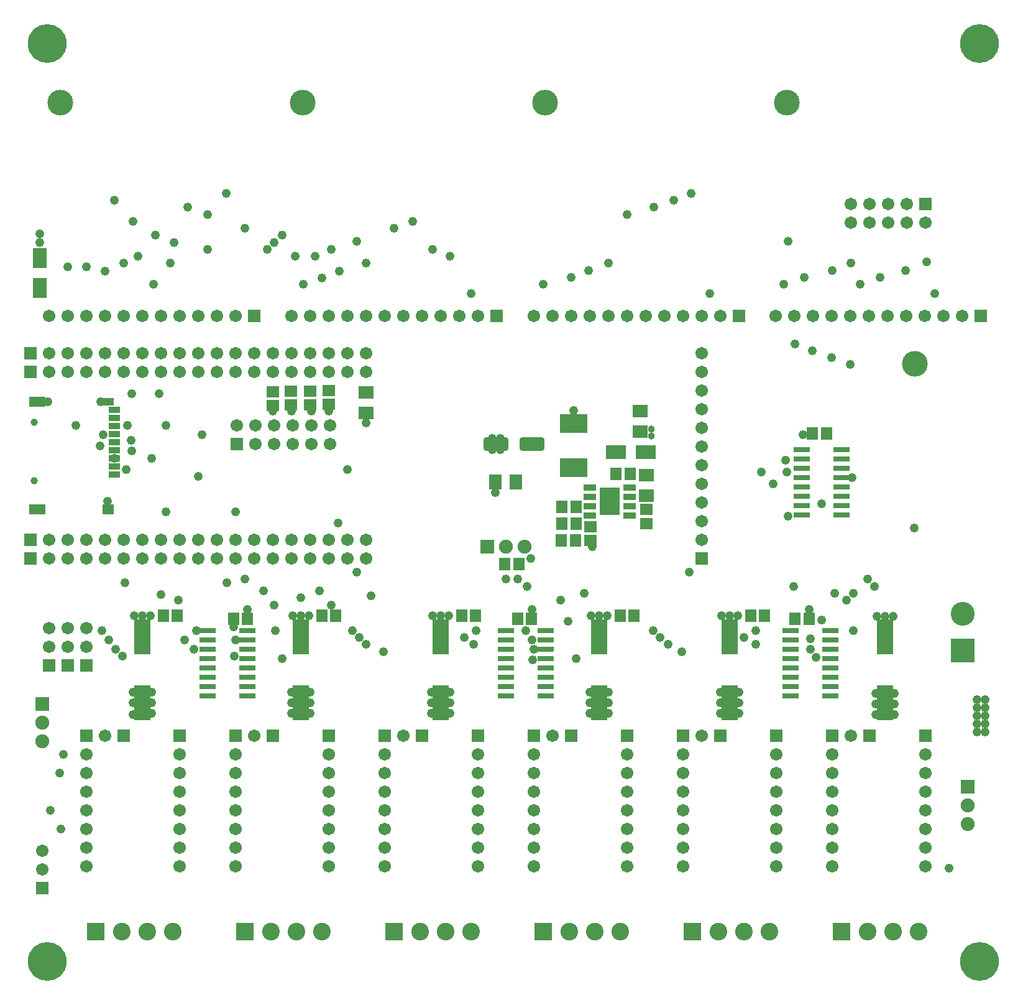
<source format=gbr>
G04 DipTrace 4.0.0.2*
G04 TopMask.gbr*
%MOIN*%
G04 #@! TF.FileFunction,Soldermask,Top*
G04 #@! TF.Part,Single*
%AMOUTLINE1*
4,1,28,
0.052821,-0.035496,
-0.052821,-0.035496,
-0.056049,-0.035071,
-0.059301,-0.033724,
-0.062093,-0.031581,
-0.064236,-0.028789,
-0.065583,-0.025537,
-0.066008,-0.022309,
-0.066008,0.022309,
-0.065583,0.025537,
-0.064236,0.028789,
-0.062093,0.031581,
-0.059301,0.033724,
-0.056049,0.035071,
-0.052821,0.035496,
0.052821,0.035496,
0.056049,0.035071,
0.059301,0.033724,
0.062093,0.031581,
0.064236,0.028789,
0.065583,0.025537,
0.066008,0.022309,
0.066008,-0.022309,
0.065583,-0.025537,
0.064236,-0.028789,
0.062093,-0.031581,
0.059301,-0.033724,
0.056049,-0.035071,
0.052821,-0.035496,
0*%
%ADD54C,0.137795*%
%ADD55C,0.03937*%
%ADD62C,0.038*%
%ADD63C,0.048*%
%ADD65R,0.08674X0.031622*%
%ADD67R,0.11115X0.146189*%
%ADD69R,0.070992X0.032016*%
%ADD71C,0.094614*%
%ADD73R,0.094614X0.094614*%
%ADD75C,0.128*%
%ADD77R,0.128X0.128*%
%ADD79R,0.063118X0.039496*%
%ADD81R,0.063118X0.055244*%
%ADD83R,0.08674X0.055244*%
%ADD85R,0.059181X0.035559*%
%ADD87R,0.067055X0.059181*%
%ADD89C,0.208*%
%ADD91R,0.145795X0.10052*%
%ADD93C,0.074929*%
%ADD95R,0.074929X0.074929*%
%ADD97C,0.067055*%
%ADD99R,0.067055X0.067055*%
%ADD101R,0.106425X0.074929*%
%ADD103R,0.074929X0.106425*%
%ADD105R,0.090677X0.185165*%
%ADD107R,0.070992X0.078866*%
%ADD109R,0.059181X0.067055*%
%ADD111R,0.078866X0.070992*%
%ADD118OUTLINE1*%
%FSLAX26Y26*%
G04*
G70*
G90*
G75*
G01*
G04 TopMask*
%LPD*%
D63*
X987451Y3268700D3*
X1743700Y3481200D3*
X5293700Y4112449D3*
X4087449D3*
X2806200D3*
X5181200Y2856200D3*
X862449Y2256200D3*
X1268700D3*
X824949Y2306200D3*
X1331200D3*
X893700Y3228346D3*
X2143700Y3168700D3*
X1092519Y3228346D3*
X2599949Y4349949D3*
X2056200D3*
X1018700Y4312449D3*
X1862449D3*
X956200Y3168700D3*
X1343700Y3131200D3*
X4362449Y3156200D3*
X4499951D3*
X981200Y3324949D3*
X1362451Y3356200D3*
X815575Y3296825D3*
X981200Y3324949D3*
X1193700Y4274949D3*
X5249949Y4281200D3*
X3543700Y4274949D3*
X2243700D3*
X943705D3*
X1193700D3*
X4840106Y3731200D3*
X4843700Y4274949D3*
X5249949Y4281200D3*
X2393700Y4462449D3*
X1593700D3*
X4424949Y3093708D3*
X962451Y3406200D3*
X1168700D3*
Y2943700D3*
X1543700D3*
X687449Y3406200D3*
X962451D3*
X1112449Y4424949D3*
X1793700D3*
X2206200Y2268700D3*
X2768700D3*
X1212449Y4387449D3*
X1749949D3*
X1993700Y2518700D3*
X3412449Y2506200D3*
X3643705Y4537449D3*
X1393700D3*
X3818700Y2268700D3*
X4268700D3*
X606200Y1243700D3*
X4493701Y3218700D3*
X2093700Y2881200D3*
X3974951Y2618700D3*
X2193700D3*
X4931200Y2581200D3*
X1749949Y2443700D3*
X2056200D3*
X3287449Y2468700D3*
X4818700D3*
X3287449D3*
X3099951Y2306200D3*
X3324949Y2356200D3*
X1531200Y2324949D3*
X1756200Y2306200D3*
X4687449Y2362449D3*
X4856200Y2306200D3*
X1593700Y2581200D3*
X2993700D3*
X3056200D3*
X4537451Y2543700D3*
X4968700D3*
X5368700Y1031200D3*
X949949Y2562449D3*
X1496062D3*
X3787449Y4574949D3*
X1287449D3*
X3781200Y2306200D3*
X4331200D3*
X4687449Y2987449D3*
X2693700Y4312449D3*
X1968700D3*
X1393700Y4349949D3*
X1712449D3*
X2268700Y2493700D3*
X1893700Y2481200D3*
X843714Y4231200D3*
X5137449Y4237449D3*
X4740115Y3768700D3*
X2099949Y4231200D3*
X4743700Y4237449D3*
X3437449D3*
X5137449D3*
X993699Y4499949D3*
X2493700D3*
X3893700Y4612621D3*
X893700D3*
X987449Y3574949D3*
X1131889D3*
X2168700Y2306200D3*
X2831200D3*
X743700Y4256200D3*
X4999949Y4199949D3*
X3343700D3*
X2004574Y4197086D3*
X4637449Y3806200D3*
X4593700Y4199949D3*
X4999949D3*
X937449Y2168700D3*
X1543700Y2256200D3*
X1793700Y2156200D3*
X3143700Y2206200D3*
X643714Y4256200D3*
X4481200Y4162449D3*
X4543700Y3843700D3*
X3193700Y4162449D3*
X1101495D3*
X1906200D3*
X4893700D3*
D3*
X2193700Y4393700D3*
X4506200D3*
X3368700Y2156200D3*
X4624951Y2206200D3*
X1493700Y4649949D3*
X3987449D3*
X1693700Y2518700D3*
X1237451Y2468700D3*
X4756200Y2506200D3*
X1693700Y2518700D3*
X3106200Y2543700D3*
X4856200Y2506200D3*
X4756200D3*
X2243700Y2231200D3*
X2818700D3*
X899949Y2206200D3*
X1318700D3*
X2337449Y2193700D3*
X3131200Y2256200D3*
X3937449Y2193700D3*
X4624951Y2262449D3*
X3862449Y2231200D3*
X4331200D3*
X618700Y1643700D3*
X549949Y1343700D3*
X599949Y1543700D3*
X493700Y4387451D3*
Y4431200D3*
X1843700Y3481200D3*
X1949949D3*
D62*
X3524745Y3035842D3*
X3550745D3*
D63*
X2043699Y3481200D3*
X3456200Y2756200D3*
X3356200Y3487451D3*
X993700Y1918700D3*
Y1974949D3*
Y1856200D3*
X1093700Y1974949D3*
Y1918700D3*
Y1862451D3*
X1843700Y1918700D3*
Y1974949D3*
Y1862451D3*
X1943700Y1974949D3*
Y1918700D3*
D62*
X3576745Y3035842D3*
X3524745Y2996842D3*
X3550745D3*
X3576745D3*
X3524745Y2957842D3*
X3550745D3*
X3576745D3*
X3772298Y3387133D3*
Y3348133D3*
D63*
X1943700Y1862451D3*
X2593700Y1918700D3*
Y1974949D3*
Y1862451D3*
X2693700Y1974949D3*
Y1918700D3*
Y1862451D3*
X3443700Y1918700D3*
Y1974949D3*
X1043700Y2387451D3*
X999949D3*
X1087449D3*
X1849951D3*
X1893700D3*
X1937449D3*
X2599949D3*
X2643700D3*
X2687449D3*
X3449951D3*
X3493700D3*
X3537451D3*
X3443700Y1862451D3*
X3543700Y1974949D3*
Y1918700D3*
Y1862451D3*
X4143700Y1918700D3*
Y1974949D3*
Y1862451D3*
X4243700Y1974949D3*
Y1918700D3*
Y1862451D3*
X4974949Y1912451D3*
Y1968700D3*
X4149951Y2387451D3*
X4193700D3*
X4237449D3*
X4981200Y2381200D3*
X5024951D3*
X5068700D3*
X4974949Y1856201D3*
X5074951Y1968700D3*
Y1912451D3*
Y1856201D3*
X4506200Y2918700D3*
X4849949Y3124949D3*
X4587449Y3356200D3*
X2918700Y3337451D3*
X2962449D3*
X2918700Y3274951D3*
X2962449D3*
X2935791Y3045357D3*
X537449Y3531200D3*
X818700D3*
X856200Y2999949D3*
X1606200Y2418700D3*
X4656200Y2162449D3*
X4618700Y2418700D3*
X1537449Y2168700D3*
X3137449Y2149949D3*
X3131200Y2418700D3*
X2243700Y3418700D3*
X831200Y3356200D3*
X5562449Y1937451D3*
X5518701D3*
X5562449Y1893700D3*
Y1849951D3*
X5518701Y1806200D3*
Y1762451D3*
Y1893700D3*
Y1849951D3*
X5562449Y1806200D3*
Y1762451D3*
X3124951Y2693700D3*
X1143700Y2499949D3*
D111*
X2243700Y3470964D3*
Y3581200D3*
X3745745Y3139842D3*
Y3029606D3*
D109*
X3583745Y3146842D3*
X3658548D3*
X3368745Y2970842D3*
X3293941D3*
D111*
X3712511Y3372863D3*
Y3483099D3*
D109*
X1531200Y2368700D3*
X1606003D3*
X4543700D3*
X4618503D3*
D118*
X3133906Y3306199D3*
X2940993D3*
D107*
X2936923Y3101608D3*
X3047159D3*
D109*
X3056200Y2368700D3*
X3131003D3*
X4712352Y3362451D3*
X4637549D3*
D105*
X1043700Y1918700D3*
Y2273031D3*
X1893700Y1918700D3*
Y2273031D3*
X2643700Y1918700D3*
Y2273031D3*
X3493700Y1918700D3*
Y2273031D3*
X4193700Y1918700D3*
Y2273031D3*
X5024951Y1918700D3*
Y2273031D3*
D109*
X1156200Y2387449D3*
X1231003D3*
X2006200Y2387451D3*
X2081003D3*
X2756200D3*
X2831003D3*
X3606200D3*
X3681003D3*
X4306200D3*
X4381003D3*
X3062449Y2662451D3*
X2987646D3*
D103*
X493701Y4143700D3*
X493698Y4301180D3*
D101*
X3583745Y3263842D3*
X3741225D3*
D99*
X443700Y3793700D3*
D97*
X543700D3*
X643700D3*
X743700D3*
X843700D3*
X943700D3*
X1043700D3*
X1143700D3*
X1243700D3*
X1343700D3*
X1443700D3*
X1543700D3*
X1643700D3*
X1743700D3*
X1843700D3*
X1943700D3*
X2043700D3*
X2143700D3*
X2243700D3*
D99*
X443700Y3693700D3*
D97*
X543700D3*
X643700D3*
X743700D3*
X843700D3*
X943700D3*
X1043700D3*
X1143700D3*
X1243700D3*
X1343700D3*
X1443700D3*
X1543700D3*
X1643700D3*
X1743700D3*
X1843700D3*
X1943700D3*
X2043700D3*
X2143700D3*
X2243700D3*
D95*
X5468700Y1468700D3*
D93*
Y1368700D3*
Y1268700D3*
D95*
X506200Y1912449D3*
D93*
Y1812449D3*
Y1712449D3*
D99*
X443700Y2693700D3*
D97*
X543700D3*
X643700D3*
X743700D3*
X843700D3*
X943700D3*
X1043700D3*
X1143700D3*
X1243700D3*
X1343700D3*
X1443700D3*
X1543700D3*
X1643700D3*
X1743700D3*
X1843700D3*
X1943700D3*
X2043700D3*
X2143700D3*
X2243700D3*
D95*
X2893700Y2756200D3*
D93*
X2993700D3*
X3093700D3*
D99*
X443700Y2793700D3*
D97*
X543700D3*
X643700D3*
X743700D3*
X843700D3*
X943700D3*
X1043700D3*
X1143700D3*
X1243700D3*
X1343700D3*
X1443700D3*
X1543700D3*
X1643700D3*
X1743700D3*
X1843700D3*
X1943700D3*
X2043700D3*
X2143700D3*
X2243700D3*
D99*
X1551180Y3306298D3*
D97*
Y3406298D3*
X1651180Y3306298D3*
Y3406298D3*
X1751180Y3306298D3*
Y3406298D3*
X1851180Y3306298D3*
Y3406298D3*
X1951180Y3306298D3*
Y3406298D3*
X2051180Y3306298D3*
Y3406298D3*
D99*
X743700Y1743700D3*
D97*
Y1643700D3*
Y1543700D3*
Y1443700D3*
Y1343700D3*
Y1243700D3*
Y1143700D3*
Y1043700D3*
D99*
X1543700Y1743700D3*
D97*
Y1643700D3*
Y1543700D3*
Y1443700D3*
Y1343700D3*
Y1243700D3*
Y1143700D3*
Y1043700D3*
D99*
X2343700Y1743700D3*
D97*
Y1643700D3*
Y1543700D3*
Y1443700D3*
Y1343700D3*
Y1243700D3*
Y1143700D3*
Y1043700D3*
D99*
X3143700Y1743700D3*
D97*
Y1643700D3*
Y1543700D3*
Y1443700D3*
Y1343700D3*
Y1243700D3*
Y1143700D3*
Y1043700D3*
D99*
X3943700Y1743700D3*
D97*
Y1643700D3*
Y1543700D3*
Y1443700D3*
Y1343700D3*
Y1243700D3*
Y1143700D3*
Y1043700D3*
D99*
X4743700Y1743700D3*
D97*
Y1643700D3*
Y1543700D3*
Y1443700D3*
Y1343700D3*
Y1243700D3*
Y1143700D3*
Y1043700D3*
D99*
X943700Y1743700D3*
D97*
X843700D3*
D99*
X1743700D3*
D97*
X1643700D3*
D99*
X2543700D3*
D97*
X2443700D3*
D99*
X3343700D3*
D97*
X3243700D3*
D99*
X4143700D3*
D97*
X4043700D3*
D99*
X4943700D3*
D97*
X4843700D3*
D99*
X1243700D3*
D97*
Y1643700D3*
Y1543700D3*
Y1443700D3*
Y1343700D3*
Y1243700D3*
Y1143700D3*
Y1043700D3*
D99*
X2043700Y1743700D3*
D97*
Y1643700D3*
Y1543700D3*
Y1443700D3*
Y1343700D3*
Y1243700D3*
Y1143700D3*
Y1043700D3*
D99*
X2843700Y1743700D3*
D97*
Y1643700D3*
Y1543700D3*
Y1443700D3*
Y1343700D3*
Y1243700D3*
Y1143700D3*
Y1043700D3*
D99*
X3643700Y1743700D3*
D97*
Y1643700D3*
Y1543700D3*
Y1443700D3*
Y1343700D3*
Y1243700D3*
Y1143700D3*
Y1043700D3*
D99*
X4443700Y1743700D3*
D97*
Y1643700D3*
Y1543700D3*
Y1443700D3*
Y1343700D3*
Y1243700D3*
Y1143700D3*
Y1043700D3*
D99*
X5243700Y1743700D3*
D97*
Y1643700D3*
Y1543700D3*
Y1443700D3*
Y1343700D3*
Y1243700D3*
Y1143700D3*
Y1043700D3*
D99*
Y4593700D3*
D97*
Y4493700D3*
X5143700Y4593700D3*
Y4493700D3*
X5043700Y4593700D3*
Y4493700D3*
X4943700Y4593700D3*
Y4493700D3*
X4843700Y4593700D3*
Y4493700D3*
D99*
X743700Y2118700D3*
D97*
Y2218700D3*
Y2318700D3*
D99*
X643700Y2118700D3*
D97*
Y2218700D3*
Y2318700D3*
D99*
X543700Y2118700D3*
D97*
Y2218700D3*
Y2318700D3*
D99*
X506202Y924949D3*
D97*
X506200Y1024949D3*
X506198Y1124949D3*
D91*
X3356298Y3179133D3*
Y3417322D3*
D89*
X5531495Y531495D3*
Y5452755D3*
X531495D3*
Y531495D3*
D99*
X1643705Y3993700D3*
D97*
X1543705D3*
X1443705D3*
X1343705D3*
X1243705D3*
X1143705D3*
X1043705D3*
X943705D3*
X843714D3*
X743714D3*
X643714D3*
X543714D3*
D54*
X601574Y5135432D3*
D99*
X2943705Y3993700D3*
D97*
X2843705D3*
X2743705D3*
X2643705D3*
X2543705D3*
X2443705D3*
X2343705D3*
X2243705D3*
X2143714D3*
X2043714D3*
X1943714D3*
X1843714D3*
D54*
X1901574Y5135432D3*
D99*
X4243705Y3993700D3*
D97*
X4143705D3*
X4043705D3*
X3943705D3*
X3843705D3*
X3743705D3*
X3643705D3*
X3543705D3*
X3443714D3*
X3343714D3*
X3243714D3*
X3143714D3*
D54*
X3201574Y5135432D3*
D99*
X5540106Y3993700D3*
D97*
X5440106D3*
X5340106D3*
X5240106D3*
X5140106D3*
X5040106D3*
X4940106D3*
X4840106D3*
X4740115D3*
X4640115D3*
X4540115D3*
X4440115D3*
D54*
X4497974Y5135432D3*
D99*
X4043700Y2693708D3*
D97*
Y2793708D3*
Y2893708D3*
Y2993708D3*
Y3093708D3*
Y3193708D3*
Y3293708D3*
Y3393708D3*
Y3493699D3*
Y3593699D3*
Y3693699D3*
Y3793699D3*
D54*
X5185432Y3735839D3*
D87*
X3745745Y2879842D3*
Y2954645D3*
D109*
X3368745Y2879842D3*
X3293941D3*
X3290745Y2788842D3*
X3365548D3*
D87*
X3446745D3*
Y2863645D3*
X1743700Y3512548D3*
Y3587351D3*
X1840550Y3515747D3*
Y3590550D3*
X1942567Y3515747D3*
Y3590550D3*
X2043701Y3518798D3*
X2043699Y3593602D3*
D85*
X893700Y3143700D3*
Y3187007D3*
Y3230314D3*
Y3273621D3*
Y3316928D3*
Y3360235D3*
Y3403543D3*
Y3446850D3*
Y3490157D3*
D83*
X478346Y2955511D3*
D81*
X860235D3*
D79*
Y3533464D3*
D83*
X478346D3*
D55*
X462598Y3422834D3*
Y3107873D3*
D77*
X5443699Y2199949D3*
D75*
Y2396800D3*
D73*
X793700Y693700D3*
D71*
X931495D3*
X1069291D3*
X1207086D3*
D73*
X1593700D3*
D71*
X1731495D3*
X1869291D3*
X2007086D3*
D73*
X2393700D3*
D71*
X2531495D3*
X2669291D3*
X2807086D3*
D73*
X3193700D3*
D71*
X3331495D3*
X3469291D3*
X3607086D3*
D73*
X3993700D3*
D71*
X4131495D3*
X4269291D3*
X4407086D3*
D73*
X4793700D3*
D71*
X4931495D3*
X5069291D3*
X5207086D3*
D69*
X3443789Y3072894D3*
Y3022894D3*
Y2972894D3*
Y2922894D3*
X3656388D3*
Y2972894D3*
Y3022894D3*
Y3072894D3*
D67*
X3550088Y2997894D3*
D65*
X1393700Y2306200D3*
Y2256200D3*
Y2206200D3*
Y2156200D3*
Y2106200D3*
Y2056200D3*
Y2006200D3*
Y1956200D3*
X1606298D3*
Y2006200D3*
Y2056200D3*
Y2106200D3*
Y2156200D3*
Y2206200D3*
Y2256200D3*
Y2306200D3*
X4518700D3*
Y2256200D3*
Y2206200D3*
Y2156200D3*
Y2106200D3*
Y2056200D3*
Y2006200D3*
Y1956200D3*
X4731298D3*
Y2006200D3*
Y2056200D3*
Y2106200D3*
Y2156200D3*
Y2206200D3*
Y2256200D3*
Y2306200D3*
X2993700D3*
Y2256200D3*
Y2206200D3*
Y2156200D3*
Y2106200D3*
Y2056200D3*
Y2006200D3*
Y1956200D3*
X3206298D3*
Y2006200D3*
Y2056200D3*
Y2106200D3*
Y2156200D3*
Y2206200D3*
Y2256200D3*
Y2306200D3*
X4581150Y3274949D3*
Y3224949D3*
Y3174949D3*
Y3124949D3*
Y3074949D3*
Y3024949D3*
Y2974949D3*
Y2924949D3*
X4793749D3*
Y2974949D3*
Y3024949D3*
Y3074949D3*
Y3124949D3*
Y3174949D3*
Y3224949D3*
Y3274949D3*
M02*

</source>
